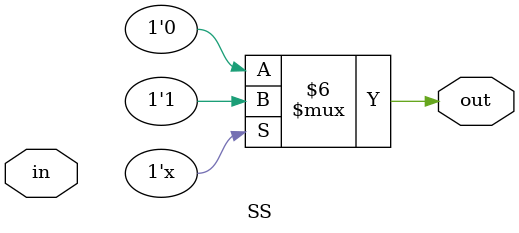
<source format=v>
module SS
(
  input in, // 输入信号
  output reg out // 输出信号
);

reg [1:0] count = 0; // 计数器，初始值为0

always @(in) begin
  if (in) begin // 如果输入信号为1，计数器加1
    count <= count + 1;
  end
  if (count == 2'b100) begin // 当计数器累加到4时，输出一次并清零计数器
    out <= 1;
    count <= 0;
  end else begin
    out <= 0;
  end
end

endmodule

</source>
